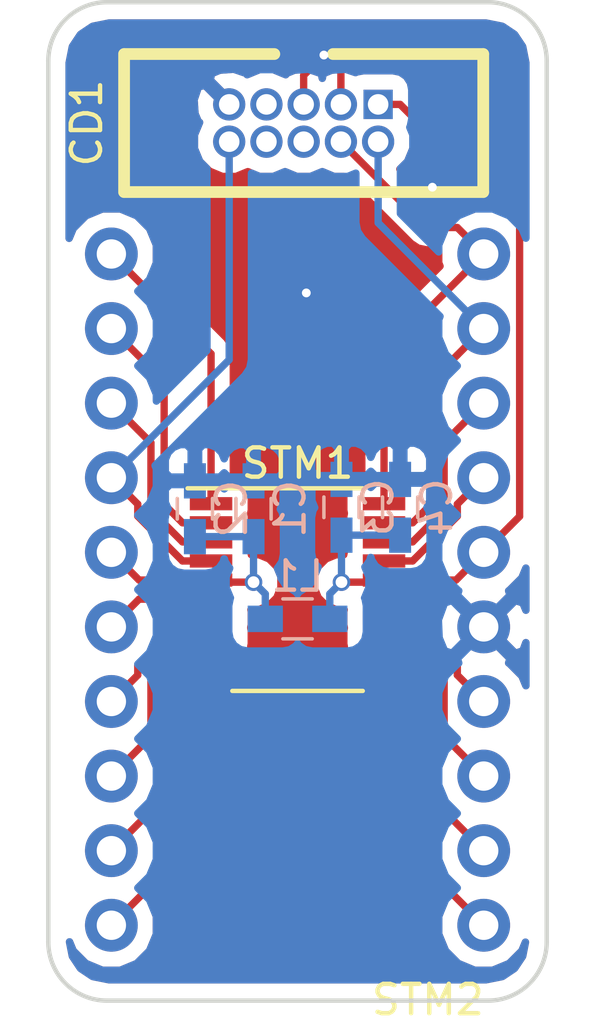
<source format=kicad_pcb>
(kicad_pcb (version 4) (host pcbnew 4.0.6)

  (general
    (links 40)
    (no_connects 0)
    (area 139.924999 84.924999 157.075001 119.075001)
    (thickness 1.6)
    (drawings 8)
    (tracks 103)
    (zones 0)
    (modules 11)
    (nets 21)
  )

  (page A4)
  (layers
    (0 F.Cu signal)
    (31 B.Cu signal)
    (32 B.Adhes user)
    (33 F.Adhes user)
    (34 B.Paste user)
    (35 F.Paste user)
    (36 B.SilkS user)
    (37 F.SilkS user)
    (38 B.Mask user)
    (39 F.Mask user)
    (40 Dwgs.User user)
    (41 Cmts.User user)
    (42 Eco1.User user)
    (43 Eco2.User user)
    (44 Edge.Cuts user)
    (45 Margin user)
    (46 B.CrtYd user)
    (47 F.CrtYd user)
    (48 B.Fab user)
    (49 F.Fab user)
  )

  (setup
    (last_trace_width 0.25)
    (trace_clearance 0.2)
    (zone_clearance 0.508)
    (zone_45_only no)
    (trace_min 0.2)
    (segment_width 0.2)
    (edge_width 0.15)
    (via_size 0.6)
    (via_drill 0.4)
    (via_min_size 0.4)
    (via_min_drill 0.3)
    (uvia_size 0.3)
    (uvia_drill 0.1)
    (uvias_allowed no)
    (uvia_min_size 0.2)
    (uvia_min_drill 0.1)
    (pcb_text_width 0.3)
    (pcb_text_size 1.5 1.5)
    (mod_edge_width 0.15)
    (mod_text_size 1 1)
    (mod_text_width 0.15)
    (pad_size 0.6 0.6)
    (pad_drill 0.3)
    (pad_to_mask_clearance 0.2)
    (aux_axis_origin 0 0)
    (visible_elements FFFFFF7F)
    (pcbplotparams
      (layerselection 0x00030_80000001)
      (usegerberextensions false)
      (excludeedgelayer true)
      (linewidth 0.100000)
      (plotframeref false)
      (viasonmask false)
      (mode 1)
      (useauxorigin false)
      (hpglpennumber 1)
      (hpglpenspeed 20)
      (hpglpendiameter 15)
      (hpglpenoverlay 2)
      (psnegative false)
      (psa4output false)
      (plotreference true)
      (plotvalue true)
      (plotinvisibletext false)
      (padsonsilk false)
      (subtractmaskfromsilk false)
      (outputformat 1)
      (mirror false)
      (drillshape 1)
      (scaleselection 1)
      (outputdirectory ""))
  )

  (net 0 "")
  (net 1 "Net-(C1-Pad1)")
  (net 2 GND)
  (net 3 "Net-(C3-Pad1)")
  (net 4 /SWDIO)
  (net 5 /SWDCLK)
  (net 6 /NRST)
  (net 7 /PB9)
  (net 8 /PC14)
  (net 9 /PC15)
  (net 10 /PA0)
  (net 11 /PA1)
  (net 12 /PA2)
  (net 13 /PA3)
  (net 14 /PA4)
  (net 15 /PA5)
  (net 16 /PA6)
  (net 17 /PA7)
  (net 18 /PB1)
  (net 19 /PA9)
  (net 20 /PA10)

  (net_class Default "This is the default net class."
    (clearance 0.2)
    (trace_width 0.25)
    (via_dia 0.6)
    (via_drill 0.4)
    (uvia_dia 0.3)
    (uvia_drill 0.1)
    (add_net /NRST)
    (add_net /PA0)
    (add_net /PA1)
    (add_net /PA10)
    (add_net /PA2)
    (add_net /PA3)
    (add_net /PA4)
    (add_net /PA5)
    (add_net /PA6)
    (add_net /PA7)
    (add_net /PA9)
    (add_net /PB1)
    (add_net /PB9)
    (add_net /PC14)
    (add_net /PC15)
    (add_net /SWDCLK)
    (add_net /SWDIO)
    (add_net GND)
    (add_net "Net-(C1-Pad1)")
    (add_net "Net-(C3-Pad1)")
  )

  (module utils:STITCHING_VIA (layer F.Cu) (tedit 59CC0147) (tstamp 59CC5D35)
    (at 153.1 91.3)
    (fp_text reference REF** (at 0 2.54) (layer F.SilkS) hide
      (effects (font (size 1 1) (thickness 0.15)))
    )
    (fp_text value STITCHING_VIA (at 0 -2.54) (layer F.Fab) hide
      (effects (font (size 1 1) (thickness 0.15)))
    )
    (pad 1 thru_hole circle (at 0 0) (size 0.6 0.6) (drill 0.3) (layers *.Cu)
      (net 2 GND) (zone_connect 2))
  )

  (module utils:STITCHING_VIA (layer F.Cu) (tedit 59CC0147) (tstamp 59CC5D2C)
    (at 149.4 86.8)
    (fp_text reference REF** (at 0 2.54) (layer F.SilkS) hide
      (effects (font (size 1 1) (thickness 0.15)))
    )
    (fp_text value STITCHING_VIA (at 0 -2.54) (layer F.Fab) hide
      (effects (font (size 1 1) (thickness 0.15)))
    )
    (pad 1 thru_hole circle (at 0 0) (size 0.6 0.6) (drill 0.3) (layers *.Cu)
      (net 2 GND) (zone_connect 2))
  )

  (module Capacitors_SMD:C_0603_HandSoldering (layer B.Cu) (tedit 58AA848B) (tstamp 59CC5B51)
    (at 147 102.25 90)
    (descr "Capacitor SMD 0603, hand soldering")
    (tags "capacitor 0603")
    (path /59C9548E)
    (attr smd)
    (fp_text reference C1 (at 0 1.25 90) (layer B.SilkS)
      (effects (font (size 1 1) (thickness 0.15)) (justify mirror))
    )
    (fp_text value 1µF (at 0 -1.5 90) (layer B.Fab)
      (effects (font (size 1 1) (thickness 0.15)) (justify mirror))
    )
    (fp_text user %R (at 0 1.25 90) (layer B.Fab)
      (effects (font (size 1 1) (thickness 0.15)) (justify mirror))
    )
    (fp_line (start -0.8 -0.4) (end -0.8 0.4) (layer B.Fab) (width 0.1))
    (fp_line (start 0.8 -0.4) (end -0.8 -0.4) (layer B.Fab) (width 0.1))
    (fp_line (start 0.8 0.4) (end 0.8 -0.4) (layer B.Fab) (width 0.1))
    (fp_line (start -0.8 0.4) (end 0.8 0.4) (layer B.Fab) (width 0.1))
    (fp_line (start -0.35 0.6) (end 0.35 0.6) (layer B.SilkS) (width 0.12))
    (fp_line (start 0.35 -0.6) (end -0.35 -0.6) (layer B.SilkS) (width 0.12))
    (fp_line (start -1.8 0.65) (end 1.8 0.65) (layer B.CrtYd) (width 0.05))
    (fp_line (start -1.8 0.65) (end -1.8 -0.65) (layer B.CrtYd) (width 0.05))
    (fp_line (start 1.8 -0.65) (end 1.8 0.65) (layer B.CrtYd) (width 0.05))
    (fp_line (start 1.8 -0.65) (end -1.8 -0.65) (layer B.CrtYd) (width 0.05))
    (pad 1 smd rect (at -0.95 0 90) (size 1.2 0.75) (layers B.Cu B.Paste B.Mask)
      (net 1 "Net-(C1-Pad1)"))
    (pad 2 smd rect (at 0.95 0 90) (size 1.2 0.75) (layers B.Cu B.Paste B.Mask)
      (net 2 GND))
    (model Capacitors_SMD.3dshapes/C_0603.wrl
      (at (xyz 0 0 0))
      (scale (xyz 1 1 1))
      (rotate (xyz 0 0 0))
    )
  )

  (module Capacitors_SMD:C_0603_HandSoldering (layer B.Cu) (tedit 58AA848B) (tstamp 59CC5B62)
    (at 145 102.25 90)
    (descr "Capacitor SMD 0603, hand soldering")
    (tags "capacitor 0603")
    (path /59C95465)
    (attr smd)
    (fp_text reference C2 (at 0 1.25 90) (layer B.SilkS)
      (effects (font (size 1 1) (thickness 0.15)) (justify mirror))
    )
    (fp_text value 100nF (at 0 -1.5 90) (layer B.Fab)
      (effects (font (size 1 1) (thickness 0.15)) (justify mirror))
    )
    (fp_text user %R (at 0 1.25 90) (layer B.Fab)
      (effects (font (size 1 1) (thickness 0.15)) (justify mirror))
    )
    (fp_line (start -0.8 -0.4) (end -0.8 0.4) (layer B.Fab) (width 0.1))
    (fp_line (start 0.8 -0.4) (end -0.8 -0.4) (layer B.Fab) (width 0.1))
    (fp_line (start 0.8 0.4) (end 0.8 -0.4) (layer B.Fab) (width 0.1))
    (fp_line (start -0.8 0.4) (end 0.8 0.4) (layer B.Fab) (width 0.1))
    (fp_line (start -0.35 0.6) (end 0.35 0.6) (layer B.SilkS) (width 0.12))
    (fp_line (start 0.35 -0.6) (end -0.35 -0.6) (layer B.SilkS) (width 0.12))
    (fp_line (start -1.8 0.65) (end 1.8 0.65) (layer B.CrtYd) (width 0.05))
    (fp_line (start -1.8 0.65) (end -1.8 -0.65) (layer B.CrtYd) (width 0.05))
    (fp_line (start 1.8 -0.65) (end 1.8 0.65) (layer B.CrtYd) (width 0.05))
    (fp_line (start 1.8 -0.65) (end -1.8 -0.65) (layer B.CrtYd) (width 0.05))
    (pad 1 smd rect (at -0.95 0 90) (size 1.2 0.75) (layers B.Cu B.Paste B.Mask)
      (net 1 "Net-(C1-Pad1)"))
    (pad 2 smd rect (at 0.95 0 90) (size 1.2 0.75) (layers B.Cu B.Paste B.Mask)
      (net 2 GND))
    (model Capacitors_SMD.3dshapes/C_0603.wrl
      (at (xyz 0 0 0))
      (scale (xyz 1 1 1))
      (rotate (xyz 0 0 0))
    )
  )

  (module Capacitors_SMD:C_0603_HandSoldering (layer B.Cu) (tedit 58AA848B) (tstamp 59CC5B73)
    (at 150 102.2 90)
    (descr "Capacitor SMD 0603, hand soldering")
    (tags "capacitor 0603")
    (path /59C953F7)
    (attr smd)
    (fp_text reference C3 (at 0 1.25 90) (layer B.SilkS)
      (effects (font (size 1 1) (thickness 0.15)) (justify mirror))
    )
    (fp_text value 100nF (at 0 -1.5 90) (layer B.Fab)
      (effects (font (size 1 1) (thickness 0.15)) (justify mirror))
    )
    (fp_text user %R (at 0 1.25 90) (layer B.Fab)
      (effects (font (size 1 1) (thickness 0.15)) (justify mirror))
    )
    (fp_line (start -0.8 -0.4) (end -0.8 0.4) (layer B.Fab) (width 0.1))
    (fp_line (start 0.8 -0.4) (end -0.8 -0.4) (layer B.Fab) (width 0.1))
    (fp_line (start 0.8 0.4) (end 0.8 -0.4) (layer B.Fab) (width 0.1))
    (fp_line (start -0.8 0.4) (end 0.8 0.4) (layer B.Fab) (width 0.1))
    (fp_line (start -0.35 0.6) (end 0.35 0.6) (layer B.SilkS) (width 0.12))
    (fp_line (start 0.35 -0.6) (end -0.35 -0.6) (layer B.SilkS) (width 0.12))
    (fp_line (start -1.8 0.65) (end 1.8 0.65) (layer B.CrtYd) (width 0.05))
    (fp_line (start -1.8 0.65) (end -1.8 -0.65) (layer B.CrtYd) (width 0.05))
    (fp_line (start 1.8 -0.65) (end 1.8 0.65) (layer B.CrtYd) (width 0.05))
    (fp_line (start 1.8 -0.65) (end -1.8 -0.65) (layer B.CrtYd) (width 0.05))
    (pad 1 smd rect (at -0.95 0 90) (size 1.2 0.75) (layers B.Cu B.Paste B.Mask)
      (net 3 "Net-(C3-Pad1)"))
    (pad 2 smd rect (at 0.95 0 90) (size 1.2 0.75) (layers B.Cu B.Paste B.Mask)
      (net 2 GND))
    (model Capacitors_SMD.3dshapes/C_0603.wrl
      (at (xyz 0 0 0))
      (scale (xyz 1 1 1))
      (rotate (xyz 0 0 0))
    )
  )

  (module Capacitors_SMD:C_0603_HandSoldering (layer B.Cu) (tedit 58AA848B) (tstamp 59CC5B84)
    (at 152 102.2 90)
    (descr "Capacitor SMD 0603, hand soldering")
    (tags "capacitor 0603")
    (path /59C9542C)
    (attr smd)
    (fp_text reference C4 (at 0 1.25 90) (layer B.SilkS)
      (effects (font (size 1 1) (thickness 0.15)) (justify mirror))
    )
    (fp_text value 10µF (at 0 -1.5 90) (layer B.Fab)
      (effects (font (size 1 1) (thickness 0.15)) (justify mirror))
    )
    (fp_text user %R (at 0 1.25 90) (layer B.Fab)
      (effects (font (size 1 1) (thickness 0.15)) (justify mirror))
    )
    (fp_line (start -0.8 -0.4) (end -0.8 0.4) (layer B.Fab) (width 0.1))
    (fp_line (start 0.8 -0.4) (end -0.8 -0.4) (layer B.Fab) (width 0.1))
    (fp_line (start 0.8 0.4) (end 0.8 -0.4) (layer B.Fab) (width 0.1))
    (fp_line (start -0.8 0.4) (end 0.8 0.4) (layer B.Fab) (width 0.1))
    (fp_line (start -0.35 0.6) (end 0.35 0.6) (layer B.SilkS) (width 0.12))
    (fp_line (start 0.35 -0.6) (end -0.35 -0.6) (layer B.SilkS) (width 0.12))
    (fp_line (start -1.8 0.65) (end 1.8 0.65) (layer B.CrtYd) (width 0.05))
    (fp_line (start -1.8 0.65) (end -1.8 -0.65) (layer B.CrtYd) (width 0.05))
    (fp_line (start 1.8 -0.65) (end 1.8 0.65) (layer B.CrtYd) (width 0.05))
    (fp_line (start 1.8 -0.65) (end -1.8 -0.65) (layer B.CrtYd) (width 0.05))
    (pad 1 smd rect (at -0.95 0 90) (size 1.2 0.75) (layers B.Cu B.Paste B.Mask)
      (net 3 "Net-(C3-Pad1)"))
    (pad 2 smd rect (at 0.95 0 90) (size 1.2 0.75) (layers B.Cu B.Paste B.Mask)
      (net 2 GND))
    (model Capacitors_SMD.3dshapes/C_0603.wrl
      (at (xyz 0 0 0))
      (scale (xyz 1 1 1))
      (rotate (xyz 0 0 0))
    )
  )

  (module STM32:CORTEX-DEBUG (layer F.Cu) (tedit 59CBF789) (tstamp 59CC5B97)
    (at 148.71 89.115 270)
    (path /59CBEF7F)
    (fp_text reference CD1 (at 0 7.4 270) (layer F.SilkS)
      (effects (font (size 1 1) (thickness 0.15)))
    )
    (fp_text value 3220-10-0100-00 (at 0 0 360) (layer F.Fab)
      (effects (font (size 1 1) (thickness 0.15)))
    )
    (fp_line (start -2.35 -6.125) (end 2.35 -6.125) (layer F.SilkS) (width 0.4))
    (fp_line (start -2.35 6.125) (end 2.35 6.125) (layer F.SilkS) (width 0.4))
    (fp_line (start -2.35 -6.125) (end -2.35 -1) (layer F.SilkS) (width 0.4))
    (fp_line (start 2.35 -6.125) (end 2.35 6.125) (layer F.SilkS) (width 0.4))
    (fp_line (start -2.35 1) (end -2.35 6.125) (layer F.SilkS) (width 0.4))
    (pad 1 thru_hole rect (at -0.635 -2.54 270) (size 1 1) (drill 0.7) (layers *.Cu *.Mask)
      (net 3 "Net-(C3-Pad1)"))
    (pad 2 thru_hole circle (at 0.635 -2.54 270) (size 1.1 1.1) (drill 0.7) (layers *.Cu *.Mask)
      (net 4 /SWDIO))
    (pad 3 thru_hole circle (at -0.635 -1.27 270) (size 1.1 1.1) (drill 0.7) (layers *.Cu *.Mask)
      (net 2 GND))
    (pad 4 thru_hole circle (at 0.635 -1.27 270) (size 1.1 1.1) (drill 0.7) (layers *.Cu *.Mask)
      (net 5 /SWDCLK))
    (pad 5 thru_hole circle (at -0.635 0 270) (size 1.1 1.1) (drill 0.7) (layers *.Cu *.Mask)
      (net 2 GND))
    (pad 6 thru_hole circle (at 0.635 0 270) (size 1.1 1.1) (drill 0.7) (layers *.Cu *.Mask))
    (pad 7 thru_hole circle (at -0.635 1.27 270) (size 1.1 1.1) (drill 0.7) (layers *.Cu *.Mask))
    (pad 8 thru_hole circle (at 0.635 1.27 270) (size 1.1 1.1) (drill 0.7) (layers *.Cu *.Mask))
    (pad 9 thru_hole circle (at -0.635 2.54 270) (size 1.1 1.1) (drill 0.7) (layers *.Cu *.Mask)
      (net 2 GND))
    (pad 10 thru_hole circle (at 0.635 2.54 270) (size 1.1 1.1) (drill 0.7) (layers *.Cu *.Mask)
      (net 6 /NRST))
  )

  (module Resistors_SMD:R_0603_HandSoldering (layer B.Cu) (tedit 58AAD9E8) (tstamp 59CC5BA8)
    (at 148.5011 106 180)
    (descr "Resistor SMD 0603, hand soldering")
    (tags "resistor 0603")
    (path /59C95665)
    (attr smd)
    (fp_text reference L1 (at 0 1.45 180) (layer B.SilkS)
      (effects (font (size 1 1) (thickness 0.15)) (justify mirror))
    )
    (fp_text value BKP1608HS600-T (at 0 -1.55 180) (layer B.Fab)
      (effects (font (size 1 1) (thickness 0.15)) (justify mirror))
    )
    (fp_text user %R (at 0 1.45 180) (layer B.Fab)
      (effects (font (size 1 1) (thickness 0.15)) (justify mirror))
    )
    (fp_line (start -0.8 -0.4) (end -0.8 0.4) (layer B.Fab) (width 0.1))
    (fp_line (start 0.8 -0.4) (end -0.8 -0.4) (layer B.Fab) (width 0.1))
    (fp_line (start 0.8 0.4) (end 0.8 -0.4) (layer B.Fab) (width 0.1))
    (fp_line (start -0.8 0.4) (end 0.8 0.4) (layer B.Fab) (width 0.1))
    (fp_line (start 0.5 -0.68) (end -0.5 -0.68) (layer B.SilkS) (width 0.12))
    (fp_line (start -0.5 0.68) (end 0.5 0.68) (layer B.SilkS) (width 0.12))
    (fp_line (start -1.96 0.7) (end 1.95 0.7) (layer B.CrtYd) (width 0.05))
    (fp_line (start -1.96 0.7) (end -1.96 -0.7) (layer B.CrtYd) (width 0.05))
    (fp_line (start 1.95 -0.7) (end 1.95 0.7) (layer B.CrtYd) (width 0.05))
    (fp_line (start 1.95 -0.7) (end -1.96 -0.7) (layer B.CrtYd) (width 0.05))
    (pad 1 smd rect (at -1.1 0 180) (size 1.2 0.9) (layers B.Cu B.Paste B.Mask)
      (net 3 "Net-(C3-Pad1)"))
    (pad 2 smd rect (at 1.1 0 180) (size 1.2 0.9) (layers B.Cu B.Paste B.Mask)
      (net 1 "Net-(C1-Pad1)"))
    (model Resistors_SMD.3dshapes/R_0603.wrl
      (at (xyz 0 0 0))
      (scale (xyz 1 1 1))
      (rotate (xyz 0 0 0))
    )
  )

  (module Housings_SSOP:TSSOP-20_4.4x6.5mm_Pitch0.65mm (layer F.Cu) (tedit 54130A77) (tstamp 59CC5BCB)
    (at 148.5011 105.0036)
    (descr "20-Lead Plastic Thin Shrink Small Outline (ST)-4.4 mm Body [TSSOP] (see Microchip Packaging Specification 00000049BS.pdf)")
    (tags "SSOP 0.65")
    (path /59C952E0)
    (attr smd)
    (fp_text reference STM1 (at 0 -4.3) (layer F.SilkS)
      (effects (font (size 1 1) (thickness 0.15)))
    )
    (fp_text value STM32L011F4P6-TSSOP20 (at 0 4.3) (layer F.Fab)
      (effects (font (size 1 1) (thickness 0.15)))
    )
    (fp_line (start -1.2 -3.25) (end 2.2 -3.25) (layer F.Fab) (width 0.15))
    (fp_line (start 2.2 -3.25) (end 2.2 3.25) (layer F.Fab) (width 0.15))
    (fp_line (start 2.2 3.25) (end -2.2 3.25) (layer F.Fab) (width 0.15))
    (fp_line (start -2.2 3.25) (end -2.2 -2.25) (layer F.Fab) (width 0.15))
    (fp_line (start -2.2 -2.25) (end -1.2 -3.25) (layer F.Fab) (width 0.15))
    (fp_line (start -3.95 -3.55) (end -3.95 3.55) (layer F.CrtYd) (width 0.05))
    (fp_line (start 3.95 -3.55) (end 3.95 3.55) (layer F.CrtYd) (width 0.05))
    (fp_line (start -3.95 -3.55) (end 3.95 -3.55) (layer F.CrtYd) (width 0.05))
    (fp_line (start -3.95 3.55) (end 3.95 3.55) (layer F.CrtYd) (width 0.05))
    (fp_line (start -2.225 3.45) (end 2.225 3.45) (layer F.SilkS) (width 0.15))
    (fp_line (start -3.75 -3.45) (end 2.225 -3.45) (layer F.SilkS) (width 0.15))
    (pad 1 smd rect (at -2.95 -2.925) (size 1.45 0.45) (layers F.Cu F.Paste F.Mask)
      (net 7 /PB9))
    (pad 2 smd rect (at -2.95 -2.275) (size 1.45 0.45) (layers F.Cu F.Paste F.Mask)
      (net 8 /PC14))
    (pad 3 smd rect (at -2.95 -1.625) (size 1.45 0.45) (layers F.Cu F.Paste F.Mask)
      (net 9 /PC15))
    (pad 4 smd rect (at -2.95 -0.975) (size 1.45 0.45) (layers F.Cu F.Paste F.Mask)
      (net 6 /NRST))
    (pad 5 smd rect (at -2.95 -0.325) (size 1.45 0.45) (layers F.Cu F.Paste F.Mask)
      (net 1 "Net-(C1-Pad1)"))
    (pad 6 smd rect (at -2.95 0.325) (size 1.45 0.45) (layers F.Cu F.Paste F.Mask)
      (net 10 /PA0))
    (pad 7 smd rect (at -2.95 0.975) (size 1.45 0.45) (layers F.Cu F.Paste F.Mask)
      (net 11 /PA1))
    (pad 8 smd rect (at -2.95 1.625) (size 1.45 0.45) (layers F.Cu F.Paste F.Mask)
      (net 12 /PA2))
    (pad 9 smd rect (at -2.95 2.275) (size 1.45 0.45) (layers F.Cu F.Paste F.Mask)
      (net 13 /PA3))
    (pad 10 smd rect (at -2.95 2.925) (size 1.45 0.45) (layers F.Cu F.Paste F.Mask)
      (net 14 /PA4))
    (pad 11 smd rect (at 2.95 2.925) (size 1.45 0.45) (layers F.Cu F.Paste F.Mask)
      (net 15 /PA5))
    (pad 12 smd rect (at 2.95 2.275) (size 1.45 0.45) (layers F.Cu F.Paste F.Mask)
      (net 16 /PA6))
    (pad 13 smd rect (at 2.95 1.625) (size 1.45 0.45) (layers F.Cu F.Paste F.Mask)
      (net 17 /PA7))
    (pad 14 smd rect (at 2.95 0.975) (size 1.45 0.45) (layers F.Cu F.Paste F.Mask)
      (net 18 /PB1))
    (pad 15 smd rect (at 2.95 0.325) (size 1.45 0.45) (layers F.Cu F.Paste F.Mask)
      (net 2 GND))
    (pad 16 smd rect (at 2.95 -0.325) (size 1.45 0.45) (layers F.Cu F.Paste F.Mask)
      (net 3 "Net-(C3-Pad1)"))
    (pad 17 smd rect (at 2.95 -0.975) (size 1.45 0.45) (layers F.Cu F.Paste F.Mask)
      (net 19 /PA9))
    (pad 18 smd rect (at 2.95 -1.625) (size 1.45 0.45) (layers F.Cu F.Paste F.Mask)
      (net 20 /PA10))
    (pad 19 smd rect (at 2.95 -2.275) (size 1.45 0.45) (layers F.Cu F.Paste F.Mask)
      (net 4 /SWDIO))
    (pad 20 smd rect (at 2.95 -2.925) (size 1.45 0.45) (layers F.Cu F.Paste F.Mask)
      (net 5 /SWDCLK))
    (model Housings_SSOP.3dshapes/TSSOP-20_4.4x6.5mm_Pitch0.65mm.wrl
      (at (xyz 0 0 0))
      (scale (xyz 1 1 1))
      (rotate (xyz 0 0 0))
    )
  )

  (module STM32:STM32CONN (layer F.Cu) (tedit 59CBFB51) (tstamp 59CC5BE3)
    (at 148.5011 105.0036)
    (path /59CBF530)
    (fp_text reference STM2 (at 4.445 13.97) (layer F.SilkS)
      (effects (font (size 1 1) (thickness 0.15)))
    )
    (fp_text value PREC010SAAN-RC (at 0 -0.5) (layer F.Fab)
      (effects (font (size 1 1) (thickness 0.15)))
    )
    (pad 1 thru_hole circle (at -6.35 -11.43) (size 1.8 1.8) (drill 1) (layers *.Cu *.Mask)
      (net 7 /PB9))
    (pad 2 thru_hole circle (at -6.35 -8.89) (size 1.8 1.8) (drill 1) (layers *.Cu *.Mask)
      (net 8 /PC14))
    (pad 3 thru_hole circle (at -6.35 -6.35) (size 1.8 1.8) (drill 1) (layers *.Cu *.Mask)
      (net 9 /PC15))
    (pad 4 thru_hole circle (at -6.35 -3.81) (size 1.8 1.8) (drill 1) (layers *.Cu *.Mask)
      (net 6 /NRST))
    (pad 5 thru_hole circle (at -6.35 -1.27) (size 1.8 1.8) (drill 1) (layers *.Cu *.Mask)
      (net 1 "Net-(C1-Pad1)"))
    (pad 6 thru_hole circle (at -6.35 1.27) (size 1.8 1.8) (drill 1) (layers *.Cu *.Mask)
      (net 10 /PA0))
    (pad 7 thru_hole circle (at -6.35 3.81) (size 1.8 1.8) (drill 1) (layers *.Cu *.Mask)
      (net 11 /PA1))
    (pad 8 thru_hole circle (at -6.35 6.35) (size 1.8 1.8) (drill 1) (layers *.Cu *.Mask)
      (net 12 /PA2))
    (pad 9 thru_hole circle (at -6.35 8.89) (size 1.8 1.8) (drill 1) (layers *.Cu *.Mask)
      (net 13 /PA3))
    (pad 10 thru_hole circle (at -6.35 11.43) (size 1.8 1.8) (drill 1) (layers *.Cu *.Mask)
      (net 14 /PA4))
    (pad 11 thru_hole circle (at 6.35 11.43) (size 1.8 1.8) (drill 1) (layers *.Cu *.Mask)
      (net 15 /PA5))
    (pad 12 thru_hole circle (at 6.35 8.89) (size 1.8 1.8) (drill 1) (layers *.Cu *.Mask)
      (net 16 /PA6))
    (pad 13 thru_hole circle (at 6.35 6.35) (size 1.8 1.8) (drill 1) (layers *.Cu *.Mask)
      (net 17 /PA7))
    (pad 14 thru_hole circle (at 6.35 3.81) (size 1.8 1.8) (drill 1) (layers *.Cu *.Mask)
      (net 18 /PB1))
    (pad 15 thru_hole circle (at 6.35 1.27) (size 1.8 1.8) (drill 1) (layers *.Cu *.Mask)
      (net 2 GND))
    (pad 16 thru_hole circle (at 6.35 -1.27) (size 1.8 1.8) (drill 1) (layers *.Cu *.Mask)
      (net 3 "Net-(C3-Pad1)"))
    (pad 17 thru_hole circle (at 6.35 -3.81) (size 1.8 1.8) (drill 1) (layers *.Cu *.Mask)
      (net 19 /PA9))
    (pad 18 thru_hole circle (at 6.35 -6.35) (size 1.8 1.8) (drill 1) (layers *.Cu *.Mask)
      (net 20 /PA10))
    (pad 19 thru_hole circle (at 6.35 -8.89) (size 1.8 1.8) (drill 1) (layers *.Cu *.Mask)
      (net 4 /SWDIO))
    (pad 20 thru_hole circle (at 6.35 -11.43) (size 1.8 1.8) (drill 1) (layers *.Cu *.Mask)
      (net 5 /SWDCLK))
  )

  (module utils:STITCHING_VIA (layer F.Cu) (tedit 59CC0147) (tstamp 59CC5D20)
    (at 148.8 94.9)
    (fp_text reference REF** (at 0 2.54) (layer F.SilkS) hide
      (effects (font (size 1 1) (thickness 0.15)))
    )
    (fp_text value STITCHING_VIA (at 0 -2.54) (layer F.Fab) hide
      (effects (font (size 1 1) (thickness 0.15)))
    )
    (pad 1 thru_hole circle (at 0 0) (size 0.6 0.6) (drill 0.3) (layers *.Cu)
      (net 2 GND) (zone_connect 2))
  )

  (gr_arc (start 142 117) (end 142 119) (angle 90) (layer Edge.Cuts) (width 0.15))
  (gr_arc (start 155 117) (end 157 117) (angle 90) (layer Edge.Cuts) (width 0.15))
  (gr_arc (start 142 87) (end 140 87) (angle 90) (layer Edge.Cuts) (width 0.15))
  (gr_arc (start 155 87) (end 155 85) (angle 90) (layer Edge.Cuts) (width 0.15))
  (gr_line (start 140 117) (end 140 87) (layer Edge.Cuts) (width 0.15))
  (gr_line (start 155 119) (end 142 119) (layer Edge.Cuts) (width 0.15))
  (gr_line (start 157 87) (end 157 117) (layer Edge.Cuts) (width 0.15))
  (gr_line (start 142 85) (end 155 85) (layer Edge.Cuts) (width 0.15))

  (segment (start 147 103.2) (end 145 103.2) (width 0.25) (layer B.Cu) (net 1))
  (segment (start 147 103.2) (end 147 104.75) (width 0.25) (layer B.Cu) (net 1))
  (segment (start 147 104.75) (end 145.6225 104.75) (width 0.25) (layer F.Cu) (net 1))
  (segment (start 145.6225 104.75) (end 145.5511 104.6786) (width 0.25) (layer F.Cu) (net 1))
  (segment (start 147.4011 106) (end 147.4011 105.1511) (width 0.25) (layer B.Cu) (net 1))
  (segment (start 147.4011 105.1511) (end 147 104.75) (width 0.25) (layer B.Cu) (net 1))
  (via (at 147 104.75) (size 0.6) (drill 0.4) (layers F.Cu B.Cu) (net 1))
  (segment (start 145.5511 104.6786) (end 143.0961 104.6786) (width 0.25) (layer F.Cu) (net 1))
  (segment (start 143.0961 104.6786) (end 142.1511 103.7336) (width 0.25) (layer F.Cu) (net 1))
  (segment (start 149.98 88.48) (end 149.98 87.38) (width 0.25) (layer F.Cu) (net 2))
  (segment (start 149.98 87.38) (end 149.4 86.8) (width 0.25) (layer F.Cu) (net 2))
  (segment (start 148.71 88.48) (end 148.71 87.49) (width 0.25) (layer F.Cu) (net 2))
  (segment (start 148.71 87.49) (end 149.4 86.8) (width 0.25) (layer F.Cu) (net 2))
  (segment (start 151.4511 105.3286) (end 153.9061 105.3286) (width 0.25) (layer F.Cu) (net 2))
  (segment (start 153.9061 105.3286) (end 154.8511 106.2736) (width 0.25) (layer F.Cu) (net 2))
  (segment (start 151.25 88.48) (end 152 88.48) (width 0.25) (layer F.Cu) (net 3))
  (segment (start 152 88.48) (end 156.076101 92.556101) (width 0.25) (layer F.Cu) (net 3))
  (segment (start 156.076101 92.556101) (end 156.076101 102.508599) (width 0.25) (layer F.Cu) (net 3))
  (segment (start 156.076101 102.508599) (end 155.751099 102.833601) (width 0.25) (layer F.Cu) (net 3))
  (segment (start 155.751099 102.833601) (end 154.8511 103.7336) (width 0.25) (layer F.Cu) (net 3))
  (segment (start 150 103.15) (end 152 103.15) (width 0.25) (layer B.Cu) (net 3))
  (segment (start 150 103.15) (end 150 104.75) (width 0.25) (layer B.Cu) (net 3))
  (segment (start 150 104.75) (end 151.3797 104.75) (width 0.25) (layer F.Cu) (net 3))
  (segment (start 151.3797 104.75) (end 151.4511 104.6786) (width 0.25) (layer F.Cu) (net 3))
  (segment (start 149.6011 106) (end 149.6011 105.1489) (width 0.25) (layer B.Cu) (net 3))
  (segment (start 149.6011 105.1489) (end 150 104.75) (width 0.25) (layer B.Cu) (net 3))
  (via (at 150 104.75) (size 0.6) (drill 0.4) (layers F.Cu B.Cu) (net 3))
  (segment (start 151.4511 104.6786) (end 153.9061 104.6786) (width 0.25) (layer F.Cu) (net 3))
  (segment (start 153.9061 104.6786) (end 154.8511 103.7336) (width 0.25) (layer F.Cu) (net 3))
  (segment (start 154.8511 96.1136) (end 151.25 92.5125) (width 0.25) (layer B.Cu) (net 4))
  (segment (start 151.25 92.5125) (end 151.25 89.75) (width 0.25) (layer B.Cu) (net 4))
  (segment (start 151.4511 102.7286) (end 152.4261 102.7286) (width 0.25) (layer F.Cu) (net 4))
  (segment (start 152.4261 102.7286) (end 153.051081 102.103619) (width 0.25) (layer F.Cu) (net 4))
  (segment (start 153.051081 102.103619) (end 153.051081 97.913619) (width 0.25) (layer F.Cu) (net 4))
  (segment (start 153.051081 97.913619) (end 153.951101 97.013599) (width 0.25) (layer F.Cu) (net 4))
  (segment (start 153.951101 97.013599) (end 154.8511 96.1136) (width 0.25) (layer F.Cu) (net 4))
  (segment (start 154.8511 93.5736) (end 153.951101 92.673601) (width 0.25) (layer F.Cu) (net 5))
  (segment (start 153.951101 92.673601) (end 152.903601 92.673601) (width 0.25) (layer F.Cu) (net 5))
  (segment (start 152.903601 92.673601) (end 150.529999 90.299999) (width 0.25) (layer F.Cu) (net 5))
  (segment (start 150.529999 90.299999) (end 149.98 89.75) (width 0.25) (layer F.Cu) (net 5))
  (segment (start 151.4511 102.0786) (end 151.4511 96.9736) (width 0.25) (layer F.Cu) (net 5))
  (segment (start 151.4511 96.9736) (end 154.8511 93.5736) (width 0.25) (layer F.Cu) (net 5))
  (segment (start 142.1511 101.1936) (end 146.17 97.1747) (width 0.25) (layer B.Cu) (net 6))
  (segment (start 146.17 97.1747) (end 146.17 89.75) (width 0.25) (layer B.Cu) (net 6))
  (segment (start 145.5511 104.0286) (end 144.5761 104.0286) (width 0.25) (layer F.Cu) (net 6))
  (segment (start 144.5761 104.0286) (end 143.051099 102.503599) (width 0.25) (layer F.Cu) (net 6))
  (segment (start 143.051099 102.503599) (end 143.051099 102.093599) (width 0.25) (layer F.Cu) (net 6))
  (segment (start 143.051099 102.093599) (end 142.1511 101.1936) (width 0.25) (layer F.Cu) (net 6))
  (segment (start 145.5511 102.0786) (end 145.5511 96.9736) (width 0.25) (layer F.Cu) (net 7))
  (segment (start 145.5511 96.9736) (end 142.1511 93.5736) (width 0.25) (layer F.Cu) (net 7))
  (segment (start 145.5511 102.7286) (end 144.5761 102.7286) (width 0.25) (layer F.Cu) (net 8))
  (segment (start 144.5761 102.7286) (end 143.951119 102.103619) (width 0.25) (layer F.Cu) (net 8))
  (segment (start 143.951119 102.103619) (end 143.951119 97.913619) (width 0.25) (layer F.Cu) (net 8))
  (segment (start 143.951119 97.913619) (end 143.051099 97.013599) (width 0.25) (layer F.Cu) (net 8))
  (segment (start 143.051099 97.013599) (end 142.1511 96.1136) (width 0.25) (layer F.Cu) (net 8))
  (segment (start 145.5511 103.3786) (end 144.5761 103.3786) (width 0.25) (layer F.Cu) (net 9))
  (segment (start 144.5761 103.3786) (end 143.501109 102.303609) (width 0.25) (layer F.Cu) (net 9))
  (segment (start 143.501109 102.303609) (end 143.501109 100.003609) (width 0.25) (layer F.Cu) (net 9))
  (segment (start 143.501109 100.003609) (end 143.051099 99.553599) (width 0.25) (layer F.Cu) (net 9))
  (segment (start 143.051099 99.553599) (end 142.1511 98.6536) (width 0.25) (layer F.Cu) (net 9))
  (segment (start 145.5511 105.3286) (end 143.0961 105.3286) (width 0.25) (layer F.Cu) (net 10))
  (segment (start 143.0961 105.3286) (end 142.1511 106.2736) (width 0.25) (layer F.Cu) (net 10))
  (segment (start 145.5511 105.9786) (end 144.666098 105.9786) (width 0.25) (layer F.Cu) (net 11))
  (segment (start 144.666098 105.9786) (end 143.051099 107.593599) (width 0.25) (layer F.Cu) (net 11))
  (segment (start 143.051099 107.593599) (end 143.051099 107.913601) (width 0.25) (layer F.Cu) (net 11))
  (segment (start 143.051099 107.913601) (end 142.1511 108.8136) (width 0.25) (layer F.Cu) (net 11))
  (segment (start 145.5511 106.6286) (end 144.666098 106.6286) (width 0.25) (layer F.Cu) (net 12))
  (segment (start 144.666098 106.6286) (end 143.501109 107.793589) (width 0.25) (layer F.Cu) (net 12))
  (segment (start 143.501109 107.793589) (end 143.501109 110.003591) (width 0.25) (layer F.Cu) (net 12))
  (segment (start 143.501109 110.003591) (end 143.051099 110.453601) (width 0.25) (layer F.Cu) (net 12))
  (segment (start 143.051099 110.453601) (end 142.1511 111.3536) (width 0.25) (layer F.Cu) (net 12))
  (segment (start 145.5511 107.2786) (end 144.666098 107.2786) (width 0.25) (layer F.Cu) (net 13))
  (segment (start 143.951119 107.993579) (end 143.951119 112.093581) (width 0.25) (layer F.Cu) (net 13))
  (segment (start 144.666098 107.2786) (end 143.951119 107.993579) (width 0.25) (layer F.Cu) (net 13))
  (segment (start 143.951119 112.093581) (end 143.051099 112.993601) (width 0.25) (layer F.Cu) (net 13))
  (segment (start 143.051099 112.993601) (end 142.1511 113.8936) (width 0.25) (layer F.Cu) (net 13))
  (segment (start 145.5511 107.9286) (end 145.5511 113.0336) (width 0.25) (layer F.Cu) (net 14))
  (segment (start 145.5511 113.0336) (end 142.1511 116.4336) (width 0.25) (layer F.Cu) (net 14))
  (segment (start 151.4511 107.9286) (end 151.4511 113.0336) (width 0.25) (layer F.Cu) (net 15))
  (segment (start 151.4511 113.0336) (end 154.8511 116.4336) (width 0.25) (layer F.Cu) (net 15))
  (segment (start 151.4511 107.2786) (end 152.336102 107.2786) (width 0.25) (layer F.Cu) (net 16))
  (segment (start 152.336102 107.2786) (end 153.051081 107.993579) (width 0.25) (layer F.Cu) (net 16))
  (segment (start 153.951101 112.993601) (end 154.8511 113.8936) (width 0.25) (layer F.Cu) (net 16))
  (segment (start 153.051081 107.993579) (end 153.051081 112.093581) (width 0.25) (layer F.Cu) (net 16))
  (segment (start 153.051081 112.093581) (end 153.951101 112.993601) (width 0.25) (layer F.Cu) (net 16))
  (segment (start 151.4511 106.6286) (end 152.336102 106.6286) (width 0.25) (layer F.Cu) (net 17))
  (segment (start 152.336102 106.6286) (end 153.501091 107.793589) (width 0.25) (layer F.Cu) (net 17))
  (segment (start 153.501091 107.793589) (end 153.501091 110.003591) (width 0.25) (layer F.Cu) (net 17))
  (segment (start 153.501091 110.003591) (end 153.951101 110.453601) (width 0.25) (layer F.Cu) (net 17))
  (segment (start 153.951101 110.453601) (end 154.8511 111.3536) (width 0.25) (layer F.Cu) (net 17))
  (segment (start 151.4511 105.9786) (end 152.4261 105.9786) (width 0.25) (layer F.Cu) (net 18))
  (segment (start 152.4261 105.9786) (end 153.951101 107.503601) (width 0.25) (layer F.Cu) (net 18))
  (segment (start 153.951101 107.913601) (end 154.8511 108.8136) (width 0.25) (layer F.Cu) (net 18))
  (segment (start 153.951101 107.503601) (end 153.951101 107.913601) (width 0.25) (layer F.Cu) (net 18))
  (segment (start 151.4511 104.0286) (end 152.4261 104.0286) (width 0.25) (layer F.Cu) (net 19))
  (segment (start 152.4261 104.0286) (end 153.951101 102.503599) (width 0.25) (layer F.Cu) (net 19))
  (segment (start 153.951101 102.503599) (end 153.951101 102.093599) (width 0.25) (layer F.Cu) (net 19))
  (segment (start 153.951101 102.093599) (end 154.8511 101.1936) (width 0.25) (layer F.Cu) (net 19))
  (segment (start 151.4511 103.3786) (end 152.4261 103.3786) (width 0.25) (layer F.Cu) (net 20))
  (segment (start 152.4261 103.3786) (end 153.501091 102.303609) (width 0.25) (layer F.Cu) (net 20))
  (segment (start 153.501091 102.303609) (end 153.501091 100.003609) (width 0.25) (layer F.Cu) (net 20))
  (segment (start 153.501091 100.003609) (end 153.951101 99.553599) (width 0.25) (layer F.Cu) (net 20))
  (segment (start 153.951101 99.553599) (end 154.8511 98.6536) (width 0.25) (layer F.Cu) (net 20))

  (zone (net 2) (net_name GND) (layer F.Cu) (tstamp 0) (hatch edge 0.508)
    (connect_pads (clearance 0.508))
    (min_thickness 0.254)
    (fill yes (arc_segments 16) (thermal_gap 0.508) (thermal_bridge_width 0.508))
    (polygon
      (pts
        (xy 140 85) (xy 157 85) (xy 157 119) (xy 140 119)
      )
    )
    (filled_polygon
      (pts
        (xy 155.488338 85.821046) (xy 155.902333 86.097669) (xy 156.178953 86.51166) (xy 156.29 87.069931) (xy 156.29 91.695198)
        (xy 152.537401 87.942599) (xy 152.369263 87.830253) (xy 152.353162 87.744683) (xy 152.21409 87.528559) (xy 152.00189 87.383569)
        (xy 151.75 87.33256) (xy 150.75 87.33256) (xy 150.514683 87.376838) (xy 150.480936 87.398553) (xy 150.136999 87.282028)
        (xy 149.666604 87.313137) (xy 149.376508 87.433299) (xy 149.345 87.593448) (xy 149.313492 87.433299) (xy 148.866999 87.282028)
        (xy 148.396604 87.313137) (xy 148.106508 87.433299) (xy 148.099167 87.47061) (xy 147.676745 87.295206) (xy 147.205323 87.294794)
        (xy 146.780756 87.470222) (xy 146.773492 87.433299) (xy 146.326999 87.282028) (xy 145.856604 87.313137) (xy 145.566508 87.433299)
        (xy 145.523172 87.653567) (xy 146.17 88.300395) (xy 146.184143 88.286253) (xy 146.255106 88.357216) (xy 146.254925 88.565073)
        (xy 146.047001 88.564891) (xy 145.976253 88.494143) (xy 145.990395 88.48) (xy 145.343567 87.833172) (xy 145.123299 87.876508)
        (xy 144.972028 88.323001) (xy 145.003137 88.793396) (xy 145.123299 89.083492) (xy 145.16061 89.090833) (xy 144.985206 89.513255)
        (xy 144.984794 89.984677) (xy 145.16482 90.420372) (xy 145.497875 90.754009) (xy 145.933255 90.934794) (xy 146.404677 90.935206)
        (xy 146.805448 90.76961) (xy 147.203255 90.934794) (xy 147.674677 90.935206) (xy 148.075448 90.76961) (xy 148.473255 90.934794)
        (xy 148.944677 90.935206) (xy 149.345448 90.76961) (xy 149.743255 90.934794) (xy 150.090295 90.935097) (xy 152.3662 93.211002)
        (xy 152.612762 93.375749) (xy 152.903601 93.433601) (xy 153.316222 93.433601) (xy 153.315835 93.877591) (xy 153.361585 93.988313)
        (xy 150.913699 96.436199) (xy 150.748952 96.682761) (xy 150.6911 96.9736) (xy 150.6911 101.212746) (xy 150.490783 101.250438)
        (xy 150.274659 101.38951) (xy 150.129669 101.60171) (xy 150.07866 101.8536) (xy 150.07866 102.3036) (xy 150.098167 102.407271)
        (xy 150.07866 102.5036) (xy 150.07866 102.9536) (xy 150.098167 103.057271) (xy 150.07866 103.1536) (xy 150.07866 103.6036)
        (xy 150.098167 103.707271) (xy 150.07866 103.8036) (xy 150.07866 103.815068) (xy 149.814833 103.814838) (xy 149.471057 103.956883)
        (xy 149.207808 104.219673) (xy 149.065162 104.563201) (xy 149.064838 104.935167) (xy 149.206883 105.278943) (xy 149.469673 105.542192)
        (xy 149.813201 105.684838) (xy 150.092535 105.685081) (xy 150.07866 105.7536) (xy 150.07866 106.2036) (xy 150.098167 106.307271)
        (xy 150.07866 106.4036) (xy 150.07866 106.8536) (xy 150.098167 106.957271) (xy 150.07866 107.0536) (xy 150.07866 107.5036)
        (xy 150.098167 107.607271) (xy 150.07866 107.7036) (xy 150.07866 108.1536) (xy 150.122938 108.388917) (xy 150.26201 108.605041)
        (xy 150.47421 108.750031) (xy 150.6911 108.793952) (xy 150.6911 113.0336) (xy 150.748952 113.324439) (xy 150.913699 113.571001)
        (xy 153.361334 116.018636) (xy 153.316367 116.12693) (xy 153.315835 116.737591) (xy 153.549032 117.301971) (xy 153.980457 117.734151)
        (xy 154.54443 117.968333) (xy 155.155091 117.968865) (xy 155.719471 117.735668) (xy 156.151651 117.304243) (xy 156.274348 117.008755)
        (xy 156.178953 117.48834) (xy 155.902333 117.902331) (xy 155.488338 118.178954) (xy 154.930069 118.29) (xy 142.069931 118.29)
        (xy 141.51166 118.178953) (xy 141.097669 117.902333) (xy 140.821046 117.488338) (xy 140.723585 116.998366) (xy 140.849032 117.301971)
        (xy 141.280457 117.734151) (xy 141.84443 117.968333) (xy 142.455091 117.968865) (xy 143.019471 117.735668) (xy 143.451651 117.304243)
        (xy 143.685833 116.74027) (xy 143.686365 116.129609) (xy 143.640615 116.018887) (xy 146.088501 113.571001) (xy 146.253248 113.324439)
        (xy 146.3111 113.0336) (xy 146.3111 108.794454) (xy 146.511417 108.756762) (xy 146.727541 108.61769) (xy 146.872531 108.40549)
        (xy 146.92354 108.1536) (xy 146.92354 107.7036) (xy 146.904033 107.599929) (xy 146.92354 107.5036) (xy 146.92354 107.0536)
        (xy 146.904033 106.949929) (xy 146.92354 106.8536) (xy 146.92354 106.4036) (xy 146.904033 106.299929) (xy 146.92354 106.2036)
        (xy 146.92354 105.7536) (xy 146.910617 105.684923) (xy 147.185167 105.685162) (xy 147.528943 105.543117) (xy 147.792192 105.280327)
        (xy 147.934838 104.936799) (xy 147.935162 104.564833) (xy 147.793117 104.221057) (xy 147.530327 103.957808) (xy 147.186799 103.815162)
        (xy 146.92354 103.814933) (xy 146.92354 103.8036) (xy 146.904033 103.699929) (xy 146.92354 103.6036) (xy 146.92354 103.1536)
        (xy 146.904033 103.049929) (xy 146.92354 102.9536) (xy 146.92354 102.5036) (xy 146.904033 102.399929) (xy 146.92354 102.3036)
        (xy 146.92354 101.8536) (xy 146.879262 101.618283) (xy 146.74019 101.402159) (xy 146.52799 101.257169) (xy 146.3111 101.213248)
        (xy 146.3111 96.9736) (xy 146.253248 96.682761) (xy 146.088501 96.436199) (xy 143.640866 93.988564) (xy 143.685833 93.88027)
        (xy 143.686365 93.269609) (xy 143.453168 92.705229) (xy 143.021743 92.273049) (xy 142.45777 92.038867) (xy 141.847109 92.038335)
        (xy 141.282729 92.271532) (xy 140.850549 92.702957) (xy 140.71 93.041437) (xy 140.71 87.069931) (xy 140.821046 86.511662)
        (xy 141.097669 86.097667) (xy 141.51166 85.821047) (xy 142.069931 85.71) (xy 154.930069 85.71)
      )
    )
    (filled_polygon
      (pts
        (xy 156.29 105.706322) (xy 156.187743 105.459452) (xy 155.931259 105.373046) (xy 155.030705 106.2736) (xy 155.931259 107.174154)
        (xy 156.187743 107.087748) (xy 156.29 106.808251) (xy 156.29 108.276388) (xy 156.153168 107.945229) (xy 155.721743 107.513049)
        (xy 155.700906 107.504397) (xy 155.751654 107.353759) (xy 154.8511 106.453205) (xy 154.836958 106.467348) (xy 154.657353 106.287743)
        (xy 154.671495 106.2736) (xy 154.657353 106.259458) (xy 154.836958 106.079853) (xy 154.8511 106.093995) (xy 155.751654 105.193441)
        (xy 155.701065 105.043273) (xy 155.719471 105.035668) (xy 156.151651 104.604243) (xy 156.29 104.271062)
      )
    )
    (filled_polygon
      (pts
        (xy 154.502121 92.056923) (xy 154.420395 92.090692) (xy 154.24194 91.971453) (xy 153.951101 91.913601) (xy 153.218403 91.913601)
        (xy 151.990238 90.685436) (xy 152.254009 90.422125) (xy 152.433958 89.98876)
      )
    )
    (filled_polygon
      (pts
        (xy 150.10256 88.39467) (xy 150.10256 88.565106) (xy 149.903206 88.564932) (xy 149.889806 88.362304) (xy 149.965858 88.286253)
        (xy 149.98 88.300395) (xy 149.994143 88.286253)
      )
    )
    (filled_polygon
      (pts
        (xy 148.783525 88.345635) (xy 148.798037 88.565076) (xy 148.624927 88.564925) (xy 148.625109 88.357001) (xy 148.695858 88.286253)
        (xy 148.71 88.300395) (xy 148.724143 88.286253)
      )
    )
  )
  (zone (net 2) (net_name GND) (layer B.Cu) (tstamp 0) (hatch edge 0.508)
    (connect_pads (clearance 0.508))
    (min_thickness 0.254)
    (fill yes (arc_segments 16) (thermal_gap 0.508) (thermal_bridge_width 0.508))
    (polygon
      (pts
        (xy 140 119) (xy 140 85) (xy 157 85) (xy 157 119)
      )
    )
    (filled_polygon
      (pts
        (xy 149.743255 90.934794) (xy 150.214677 90.935206) (xy 150.49 90.821445) (xy 150.49 92.5125) (xy 150.547852 92.803339)
        (xy 150.712599 93.049901) (xy 153.361334 95.698636) (xy 153.316367 95.80693) (xy 153.315835 96.417591) (xy 153.549032 96.981971)
        (xy 153.950282 97.383923) (xy 153.550549 97.782957) (xy 153.316367 98.34693) (xy 153.315835 98.957591) (xy 153.549032 99.521971)
        (xy 153.950282 99.923923) (xy 153.550549 100.322957) (xy 153.316367 100.88693) (xy 153.315835 101.497591) (xy 153.549032 102.061971)
        (xy 153.950282 102.463923) (xy 153.550549 102.862957) (xy 153.316367 103.42693) (xy 153.315835 104.037591) (xy 153.549032 104.601971)
        (xy 153.980457 105.034151) (xy 154.001294 105.042803) (xy 153.950546 105.193441) (xy 154.8511 106.093995) (xy 155.751654 105.193441)
        (xy 155.701065 105.043273) (xy 155.719471 105.035668) (xy 156.151651 104.604243) (xy 156.29 104.271062) (xy 156.29 105.706322)
        (xy 156.187743 105.459452) (xy 155.931259 105.373046) (xy 155.030705 106.2736) (xy 155.931259 107.174154) (xy 156.187743 107.087748)
        (xy 156.29 106.808251) (xy 156.29 108.276388) (xy 156.153168 107.945229) (xy 155.721743 107.513049) (xy 155.700906 107.504397)
        (xy 155.751654 107.353759) (xy 154.8511 106.453205) (xy 153.950546 107.353759) (xy 154.001135 107.503927) (xy 153.982729 107.511532)
        (xy 153.550549 107.942957) (xy 153.316367 108.50693) (xy 153.315835 109.117591) (xy 153.549032 109.681971) (xy 153.950282 110.083923)
        (xy 153.550549 110.482957) (xy 153.316367 111.04693) (xy 153.315835 111.657591) (xy 153.549032 112.221971) (xy 153.950282 112.623923)
        (xy 153.550549 113.022957) (xy 153.316367 113.58693) (xy 153.315835 114.197591) (xy 153.549032 114.761971) (xy 153.950282 115.163923)
        (xy 153.550549 115.562957) (xy 153.316367 116.12693) (xy 153.315835 116.737591) (xy 153.549032 117.301971) (xy 153.980457 117.734151)
        (xy 154.54443 117.968333) (xy 155.155091 117.968865) (xy 155.719471 117.735668) (xy 156.151651 117.304243) (xy 156.274348 117.008755)
        (xy 156.178953 117.48834) (xy 155.902333 117.902331) (xy 155.488338 118.178954) (xy 154.930069 118.29) (xy 142.069931 118.29)
        (xy 141.51166 118.178953) (xy 141.097669 117.902333) (xy 140.821046 117.488338) (xy 140.723585 116.998366) (xy 140.849032 117.301971)
        (xy 141.280457 117.734151) (xy 141.84443 117.968333) (xy 142.455091 117.968865) (xy 143.019471 117.735668) (xy 143.451651 117.304243)
        (xy 143.685833 116.74027) (xy 143.686365 116.129609) (xy 143.453168 115.565229) (xy 143.051918 115.163277) (xy 143.451651 114.764243)
        (xy 143.685833 114.20027) (xy 143.686365 113.589609) (xy 143.453168 113.025229) (xy 143.051918 112.623277) (xy 143.451651 112.224243)
        (xy 143.685833 111.66027) (xy 143.686365 111.049609) (xy 143.453168 110.485229) (xy 143.051918 110.083277) (xy 143.451651 109.684243)
        (xy 143.685833 109.12027) (xy 143.686365 108.509609) (xy 143.453168 107.945229) (xy 143.051918 107.543277) (xy 143.451651 107.144243)
        (xy 143.685833 106.58027) (xy 143.686365 105.969609) (xy 143.453168 105.405229) (xy 143.051918 105.003277) (xy 143.451651 104.604243)
        (xy 143.685833 104.04027) (xy 143.686365 103.429609) (xy 143.453168 102.865229) (xy 143.188403 102.6) (xy 143.97756 102.6)
        (xy 143.97756 103.8) (xy 144.021838 104.035317) (xy 144.16091 104.251441) (xy 144.37311 104.396431) (xy 144.625 104.44744)
        (xy 145.375 104.44744) (xy 145.610317 104.403162) (xy 145.826441 104.26409) (xy 145.971431 104.05189) (xy 145.990039 103.96)
        (xy 146.007666 103.96) (xy 146.021838 104.035317) (xy 146.16091 104.251441) (xy 146.187167 104.269382) (xy 146.065162 104.563201)
        (xy 146.064838 104.935167) (xy 146.206883 105.278943) (xy 146.213343 105.285415) (xy 146.204669 105.29811) (xy 146.15366 105.55)
        (xy 146.15366 106.45) (xy 146.197938 106.685317) (xy 146.33701 106.901441) (xy 146.54921 107.046431) (xy 146.8011 107.09744)
        (xy 148.0011 107.09744) (xy 148.236417 107.053162) (xy 148.452541 106.91409) (xy 148.500234 106.844289) (xy 148.53701 106.901441)
        (xy 148.74921 107.046431) (xy 149.0011 107.09744) (xy 150.2011 107.09744) (xy 150.436417 107.053162) (xy 150.652541 106.91409)
        (xy 150.797531 106.70189) (xy 150.84854 106.45) (xy 150.84854 106.032936) (xy 153.304642 106.032936) (xy 153.330261 106.64306)
        (xy 153.514457 107.087748) (xy 153.770941 107.174154) (xy 154.671495 106.2736) (xy 153.770941 105.373046) (xy 153.514457 105.459452)
        (xy 153.304642 106.032936) (xy 150.84854 106.032936) (xy 150.84854 105.55) (xy 150.804262 105.314683) (xy 150.78608 105.286428)
        (xy 150.792192 105.280327) (xy 150.934838 104.936799) (xy 150.935162 104.564833) (xy 150.797842 104.232493) (xy 150.826441 104.21409)
        (xy 150.971431 104.00189) (xy 150.990039 103.91) (xy 151.007666 103.91) (xy 151.021838 103.985317) (xy 151.16091 104.201441)
        (xy 151.37311 104.346431) (xy 151.625 104.39744) (xy 152.375 104.39744) (xy 152.610317 104.353162) (xy 152.826441 104.21409)
        (xy 152.971431 104.00189) (xy 153.02244 103.75) (xy 153.02244 102.55) (xy 152.978162 102.314683) (xy 152.911671 102.211354)
        (xy 152.913327 102.209698) (xy 153.01 101.976309) (xy 153.01 101.53575) (xy 152.85125 101.377) (xy 152.127 101.377)
        (xy 152.127 101.397) (xy 151.873 101.397) (xy 151.873 101.377) (xy 151.14875 101.377) (xy 151 101.52575)
        (xy 150.85125 101.377) (xy 150.127 101.377) (xy 150.127 101.397) (xy 149.873 101.397) (xy 149.873 101.377)
        (xy 149.14875 101.377) (xy 148.99 101.53575) (xy 148.99 101.976309) (xy 149.086673 102.209698) (xy 149.088043 102.211068)
        (xy 149.028569 102.29811) (xy 148.97756 102.55) (xy 148.97756 103.75) (xy 149.021838 103.985317) (xy 149.16091 104.201441)
        (xy 149.20334 104.230432) (xy 149.065162 104.563201) (xy 149.065121 104.610077) (xy 149.063699 104.611499) (xy 148.898952 104.858061)
        (xy 148.885784 104.924258) (xy 148.765783 104.946838) (xy 148.549659 105.08591) (xy 148.501966 105.155711) (xy 148.46519 105.098559)
        (xy 148.25299 104.953569) (xy 148.116302 104.925889) (xy 148.103248 104.860261) (xy 147.938501 104.613699) (xy 147.935122 104.61032)
        (xy 147.935162 104.564833) (xy 147.814162 104.271991) (xy 147.826441 104.26409) (xy 147.971431 104.05189) (xy 148.02244 103.8)
        (xy 148.02244 102.6) (xy 147.978162 102.364683) (xy 147.911671 102.261354) (xy 147.913327 102.259698) (xy 148.01 102.026309)
        (xy 148.01 101.58575) (xy 147.85125 101.427) (xy 147.127 101.427) (xy 147.127 101.447) (xy 146.873 101.447)
        (xy 146.873 101.427) (xy 146.14875 101.427) (xy 146 101.57575) (xy 145.85125 101.427) (xy 145.127 101.427)
        (xy 145.127 101.447) (xy 144.873 101.447) (xy 144.873 101.427) (xy 144.14875 101.427) (xy 143.99 101.58575)
        (xy 143.99 102.026309) (xy 144.086673 102.259698) (xy 144.088043 102.261068) (xy 144.028569 102.34811) (xy 143.97756 102.6)
        (xy 143.188403 102.6) (xy 143.051918 102.463277) (xy 143.451651 102.064243) (xy 143.685833 101.50027) (xy 143.686365 100.889609)
        (xy 143.640615 100.778887) (xy 143.845811 100.573691) (xy 143.99 100.573691) (xy 143.99 101.01425) (xy 144.14875 101.173)
        (xy 144.873 101.173) (xy 144.873 100.22375) (xy 145.127 100.22375) (xy 145.127 101.173) (xy 145.85125 101.173)
        (xy 146 101.02425) (xy 146.14875 101.173) (xy 146.873 101.173) (xy 146.873 100.22375) (xy 147.127 100.22375)
        (xy 147.127 101.173) (xy 147.85125 101.173) (xy 148.01 101.01425) (xy 148.01 100.573691) (xy 147.98929 100.523691)
        (xy 148.99 100.523691) (xy 148.99 100.96425) (xy 149.14875 101.123) (xy 149.873 101.123) (xy 149.873 100.17375)
        (xy 150.127 100.17375) (xy 150.127 101.123) (xy 150.85125 101.123) (xy 151 100.97425) (xy 151.14875 101.123)
        (xy 151.873 101.123) (xy 151.873 100.17375) (xy 152.127 100.17375) (xy 152.127 101.123) (xy 152.85125 101.123)
        (xy 153.01 100.96425) (xy 153.01 100.523691) (xy 152.913327 100.290302) (xy 152.734699 100.111673) (xy 152.50131 100.015)
        (xy 152.28575 100.015) (xy 152.127 100.17375) (xy 151.873 100.17375) (xy 151.71425 100.015) (xy 151.49869 100.015)
        (xy 151.265301 100.111673) (xy 151.086673 100.290302) (xy 151 100.499549) (xy 150.913327 100.290302) (xy 150.734699 100.111673)
        (xy 150.50131 100.015) (xy 150.28575 100.015) (xy 150.127 100.17375) (xy 149.873 100.17375) (xy 149.71425 100.015)
        (xy 149.49869 100.015) (xy 149.265301 100.111673) (xy 149.086673 100.290302) (xy 148.99 100.523691) (xy 147.98929 100.523691)
        (xy 147.913327 100.340302) (xy 147.734699 100.161673) (xy 147.50131 100.065) (xy 147.28575 100.065) (xy 147.127 100.22375)
        (xy 146.873 100.22375) (xy 146.71425 100.065) (xy 146.49869 100.065) (xy 146.265301 100.161673) (xy 146.086673 100.340302)
        (xy 146 100.549549) (xy 145.913327 100.340302) (xy 145.734699 100.161673) (xy 145.50131 100.065) (xy 145.28575 100.065)
        (xy 145.127 100.22375) (xy 144.873 100.22375) (xy 144.71425 100.065) (xy 144.49869 100.065) (xy 144.265301 100.161673)
        (xy 144.086673 100.340302) (xy 143.99 100.573691) (xy 143.845811 100.573691) (xy 146.707401 97.712101) (xy 146.872148 97.465539)
        (xy 146.93 97.1747) (xy 146.93 90.821329) (xy 147.203255 90.934794) (xy 147.674677 90.935206) (xy 148.075448 90.76961)
        (xy 148.473255 90.934794) (xy 148.944677 90.935206) (xy 149.345448 90.76961)
      )
    )
    (filled_polygon
      (pts
        (xy 155.488338 85.821046) (xy 155.902333 86.097669) (xy 156.178953 86.51166) (xy 156.29 87.069931) (xy 156.29 93.036388)
        (xy 156.153168 92.705229) (xy 155.721743 92.273049) (xy 155.15777 92.038867) (xy 154.547109 92.038335) (xy 153.982729 92.271532)
        (xy 153.550549 92.702957) (xy 153.316367 93.26693) (xy 153.316161 93.503859) (xy 152.01 92.197698) (xy 152.01 90.665708)
        (xy 152.254009 90.422125) (xy 152.434794 89.986745) (xy 152.435206 89.515323) (xy 152.328772 89.257734) (xy 152.346431 89.23189)
        (xy 152.39744 88.98) (xy 152.39744 87.98) (xy 152.353162 87.744683) (xy 152.21409 87.528559) (xy 152.00189 87.383569)
        (xy 151.75 87.33256) (xy 150.75 87.33256) (xy 150.514683 87.376838) (xy 150.480936 87.398553) (xy 150.136999 87.282028)
        (xy 149.666604 87.313137) (xy 149.376508 87.433299) (xy 149.345 87.593448) (xy 149.313492 87.433299) (xy 148.866999 87.282028)
        (xy 148.396604 87.313137) (xy 148.106508 87.433299) (xy 148.099167 87.47061) (xy 147.676745 87.295206) (xy 147.205323 87.294794)
        (xy 146.780756 87.470222) (xy 146.773492 87.433299) (xy 146.326999 87.282028) (xy 145.856604 87.313137) (xy 145.566508 87.433299)
        (xy 145.523172 87.653567) (xy 146.17 88.300395) (xy 146.184143 88.286253) (xy 146.255106 88.357216) (xy 146.254925 88.565073)
        (xy 146.047001 88.564891) (xy 145.976253 88.494143) (xy 145.990395 88.48) (xy 145.343567 87.833172) (xy 145.123299 87.876508)
        (xy 144.972028 88.323001) (xy 145.003137 88.793396) (xy 145.123299 89.083492) (xy 145.16061 89.090833) (xy 144.985206 89.513255)
        (xy 144.984794 89.984677) (xy 145.16482 90.420372) (xy 145.41 90.66598) (xy 145.41 96.859898) (xy 143.686161 98.583737)
        (xy 143.686365 98.349609) (xy 143.453168 97.785229) (xy 143.051918 97.383277) (xy 143.451651 96.984243) (xy 143.685833 96.42027)
        (xy 143.686365 95.809609) (xy 143.453168 95.245229) (xy 143.051918 94.843277) (xy 143.451651 94.444243) (xy 143.685833 93.88027)
        (xy 143.686365 93.269609) (xy 143.453168 92.705229) (xy 143.021743 92.273049) (xy 142.45777 92.038867) (xy 141.847109 92.038335)
        (xy 141.282729 92.271532) (xy 140.850549 92.702957) (xy 140.71 93.041437) (xy 140.71 87.069931) (xy 140.821046 86.511662)
        (xy 141.097669 86.097667) (xy 141.51166 85.821047) (xy 142.069931 85.71) (xy 154.930069 85.71)
      )
    )
    (filled_polygon
      (pts
        (xy 150.10256 88.39467) (xy 150.10256 88.565106) (xy 149.903206 88.564932) (xy 149.889806 88.362304) (xy 149.965858 88.286253)
        (xy 149.98 88.300395) (xy 149.994143 88.286253)
      )
    )
    (filled_polygon
      (pts
        (xy 148.783525 88.345635) (xy 148.798037 88.565076) (xy 148.624927 88.564925) (xy 148.625109 88.357001) (xy 148.695858 88.286253)
        (xy 148.71 88.300395) (xy 148.724143 88.286253)
      )
    )
  )
)

</source>
